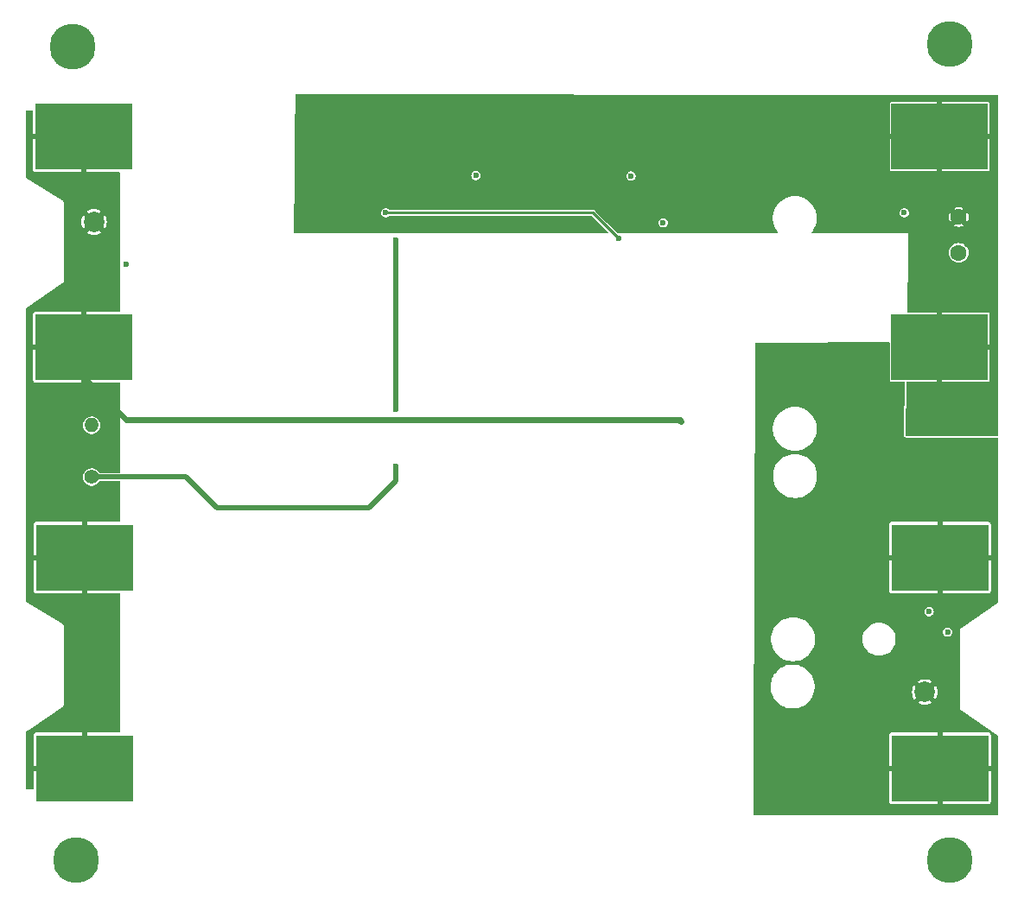
<source format=gbl>
%TF.GenerationSoftware,KiCad,Pcbnew,7.0.2-0*%
%TF.CreationDate,2024-05-07T22:45:00-07:00*%
%TF.ProjectId,batteryboard,62617474-6572-4796-926f-6172642e6b69,v2B*%
%TF.SameCoordinates,Original*%
%TF.FileFunction,Copper,L4,Bot*%
%TF.FilePolarity,Positive*%
%FSLAX46Y46*%
G04 Gerber Fmt 4.6, Leading zero omitted, Abs format (unit mm)*
G04 Created by KiCad (PCBNEW 7.0.2-0) date 2024-05-07 22:45:00*
%MOMM*%
%LPD*%
G01*
G04 APERTURE LIST*
%TA.AperFunction,ComponentPad*%
%ADD10C,2.000000*%
%TD*%
%TA.AperFunction,ComponentPad*%
%ADD11C,4.500000*%
%TD*%
%TA.AperFunction,ComponentPad*%
%ADD12C,1.600200*%
%TD*%
%TA.AperFunction,ComponentPad*%
%ADD13C,1.400000*%
%TD*%
%TA.AperFunction,ComponentPad*%
%ADD14O,1.400000X1.400000*%
%TD*%
%TA.AperFunction,SMDPad,CuDef*%
%ADD15R,9.467600X6.477000*%
%TD*%
%TA.AperFunction,ViaPad*%
%ADD16C,0.600000*%
%TD*%
%TA.AperFunction,Conductor*%
%ADD17C,0.609600*%
%TD*%
%TA.AperFunction,Conductor*%
%ADD18C,0.508000*%
%TD*%
%TA.AperFunction,Conductor*%
%ADD19C,0.271780*%
%TD*%
G04 APERTURE END LIST*
D10*
X141592300Y-122389900D03*
X60185300Y-76288900D03*
D11*
X144010300Y-138899900D03*
X58060700Y-59098900D03*
X58441700Y-138854900D03*
X144010300Y-58889900D03*
D12*
X144903300Y-79312103D03*
X144903300Y-75812100D03*
D13*
X59939300Y-101307900D03*
D14*
X59939300Y-96227900D03*
D15*
X59207400Y-88569800D03*
X143027400Y-88569800D03*
X143052800Y-129844800D03*
X59232800Y-129844800D03*
X143052800Y-109194600D03*
X59232800Y-109194600D03*
X59207400Y-67919600D03*
X143027400Y-67919600D03*
D16*
X143256000Y-129794000D03*
X146558000Y-129794000D03*
X145034000Y-129794000D03*
X141732000Y-129794000D03*
X146558000Y-132080000D03*
X141732000Y-132080000D03*
X143256000Y-132080000D03*
X145034000Y-132080000D03*
X131873100Y-90678000D03*
X132711300Y-90678000D03*
X131064000Y-90678000D03*
X131873100Y-91567000D03*
X131064000Y-91567000D03*
X132711300Y-91567000D03*
X143256000Y-127508000D03*
X146558000Y-127508000D03*
X145034000Y-127508000D03*
X131873100Y-89789000D03*
X141732000Y-127508000D03*
X131064000Y-89789000D03*
X132711300Y-89789000D03*
X59995700Y-121881900D03*
X59995700Y-118325900D03*
X59995700Y-120103900D03*
X59995700Y-116547900D03*
X61519700Y-116547900D03*
X61519700Y-118325900D03*
X61519700Y-121881900D03*
X61519700Y-120103900D03*
X58471700Y-120103900D03*
X58471700Y-118325900D03*
X58471700Y-116547900D03*
X58471700Y-121881900D03*
X117665498Y-95821500D03*
X140843000Y-94742000D03*
X143002000Y-94742000D03*
X145288000Y-94742000D03*
X147447000Y-94742000D03*
X145288000Y-96139000D03*
X140843000Y-96139000D03*
X143002000Y-96139000D03*
X147447000Y-96139000D03*
X140843000Y-93345000D03*
X85712300Y-75145900D03*
X143002000Y-93345000D03*
X81775300Y-67779900D03*
X85725000Y-67691000D03*
X81775300Y-75145900D03*
X147447000Y-93345000D03*
X81775300Y-68795900D03*
X145288000Y-93345000D03*
X85725000Y-68961000D03*
X89776300Y-78066900D03*
X89759900Y-100221500D03*
X89776300Y-94703900D03*
X139560300Y-75399900D03*
X63360300Y-80479900D03*
X143811100Y-116502900D03*
X111620300Y-77939900D03*
X88760300Y-75399900D03*
X115944700Y-76353900D03*
X141994700Y-114503900D03*
X97594700Y-71753900D03*
X112794700Y-71778900D03*
D17*
X117563898Y-95719900D02*
X117665498Y-95821500D01*
X59207400Y-88569800D02*
X59207400Y-91567000D01*
X59207400Y-91567000D02*
X63360300Y-95719900D01*
X63360300Y-95719900D02*
X117563898Y-95719900D01*
D18*
X89776300Y-101688900D02*
X89776300Y-100237900D01*
X72250300Y-104355900D02*
X87109300Y-104355900D01*
X69202300Y-101307900D02*
X72250300Y-104355900D01*
X89776300Y-94703900D02*
X89776300Y-78066900D01*
X60439300Y-101307900D02*
X69202300Y-101307900D01*
X89776300Y-100237900D02*
X89759900Y-100221500D01*
X87109300Y-104355900D02*
X89776300Y-101688900D01*
D19*
X111620300Y-77939900D02*
X109080300Y-75399900D01*
X109080300Y-75399900D02*
X88760300Y-75399900D01*
%TA.AperFunction,Conductor*%
G36*
X134874000Y-63881000D02*
G01*
X140703300Y-63842900D01*
X148711379Y-63842900D01*
X148759714Y-63860492D01*
X148785434Y-63905041D01*
X148786576Y-63918083D01*
X148793867Y-97206785D01*
X148776285Y-97255125D01*
X148731743Y-97280855D01*
X148718668Y-97282000D01*
X139770472Y-97282000D01*
X139722134Y-97264407D01*
X139696414Y-97219858D01*
X139695278Y-97205864D01*
X139759613Y-92034964D01*
X139777806Y-91986849D01*
X139822671Y-91961686D01*
X139834807Y-91960700D01*
X142773400Y-91960700D01*
X142773400Y-88823800D01*
X143281400Y-88823800D01*
X143281400Y-91960700D01*
X147776213Y-91960700D01*
X147820663Y-91951858D01*
X147871073Y-91918173D01*
X147904758Y-91867763D01*
X147913600Y-91823312D01*
X147913600Y-88823800D01*
X143281400Y-88823800D01*
X142773400Y-88823800D01*
X142773400Y-85178900D01*
X143281400Y-85178900D01*
X143281400Y-88315800D01*
X147913600Y-88315800D01*
X147913600Y-85316287D01*
X147904758Y-85271836D01*
X147871073Y-85221426D01*
X147820663Y-85187741D01*
X147776213Y-85178900D01*
X143281400Y-85178900D01*
X142773400Y-85178900D01*
X139921055Y-85178900D01*
X139872717Y-85161307D01*
X139846997Y-85116758D01*
X139845861Y-85102764D01*
X139917908Y-79312102D01*
X143945688Y-79312102D01*
X143964088Y-79498923D01*
X144018584Y-79678568D01*
X144107074Y-79844120D01*
X144226166Y-79989236D01*
X144307623Y-80056085D01*
X144371280Y-80108327D01*
X144536838Y-80196820D01*
X144716479Y-80251314D01*
X144903300Y-80269714D01*
X145090121Y-80251314D01*
X145269762Y-80196820D01*
X145435320Y-80108327D01*
X145580433Y-79989236D01*
X145699524Y-79844123D01*
X145788017Y-79678565D01*
X145842511Y-79498924D01*
X145860911Y-79312103D01*
X145842511Y-79125282D01*
X145788017Y-78945641D01*
X145699524Y-78780083D01*
X145647282Y-78716426D01*
X145580433Y-78634969D01*
X145481176Y-78553512D01*
X145435320Y-78515879D01*
X145435318Y-78515878D01*
X145435317Y-78515877D01*
X145269765Y-78427387D01*
X145090120Y-78372891D01*
X144903300Y-78354491D01*
X144716479Y-78372891D01*
X144536834Y-78427387D01*
X144371282Y-78515877D01*
X144226166Y-78634969D01*
X144107074Y-78780085D01*
X144018584Y-78945637D01*
X143964088Y-79125282D01*
X143945688Y-79312102D01*
X139917908Y-79312102D01*
X139922467Y-78945637D01*
X139941300Y-77431900D01*
X130547799Y-77431900D01*
X130499461Y-77414307D01*
X130473741Y-77369758D01*
X130482674Y-77319100D01*
X130489465Y-77309242D01*
X130518946Y-77273003D01*
X130605938Y-77166077D01*
X130759097Y-76914219D01*
X130876534Y-76643851D01*
X130956062Y-76360011D01*
X130996200Y-76067986D01*
X130996200Y-75773214D01*
X130956062Y-75481189D01*
X130933286Y-75399900D01*
X139102743Y-75399900D01*
X139121277Y-75528810D01*
X139175378Y-75647273D01*
X139175379Y-75647274D01*
X139260664Y-75745699D01*
X139370224Y-75816108D01*
X139495183Y-75852800D01*
X139495184Y-75852800D01*
X139625416Y-75852800D01*
X139625417Y-75852800D01*
X139750376Y-75816108D01*
X139756613Y-75812100D01*
X143946190Y-75812100D01*
X143964582Y-75998823D01*
X144019046Y-76178367D01*
X144074351Y-76281837D01*
X144379695Y-75976493D01*
X144383894Y-75996697D01*
X144452958Y-76129986D01*
X144555423Y-76239698D01*
X144683688Y-76317698D01*
X144740884Y-76333723D01*
X144433561Y-76641047D01*
X144433562Y-76641048D01*
X144537028Y-76696352D01*
X144716576Y-76750817D01*
X144903300Y-76769209D01*
X145090023Y-76750817D01*
X145269571Y-76696352D01*
X145373036Y-76641048D01*
X145373037Y-76641047D01*
X145067960Y-76335969D01*
X145189712Y-76283085D01*
X145306162Y-76188346D01*
X145392733Y-76065703D01*
X145425084Y-75974674D01*
X145732247Y-76281837D01*
X145732248Y-76281836D01*
X145787552Y-76178371D01*
X145842017Y-75998823D01*
X145860409Y-75812099D01*
X145842017Y-75625376D01*
X145787552Y-75445828D01*
X145732248Y-75342362D01*
X145732247Y-75342361D01*
X145426903Y-75647704D01*
X145422706Y-75627503D01*
X145353642Y-75494214D01*
X145251177Y-75384502D01*
X145122912Y-75306502D01*
X145065713Y-75290475D01*
X145373037Y-74983151D01*
X145269567Y-74927846D01*
X145090023Y-74873382D01*
X144903300Y-74854990D01*
X144716576Y-74873382D01*
X144537032Y-74927846D01*
X144433561Y-74983151D01*
X144738640Y-75288230D01*
X144616888Y-75341115D01*
X144500438Y-75435854D01*
X144413867Y-75558497D01*
X144381515Y-75649525D01*
X144074351Y-75342361D01*
X144019046Y-75445832D01*
X143964582Y-75625376D01*
X143946190Y-75812100D01*
X139756613Y-75812100D01*
X139859936Y-75745699D01*
X139945221Y-75647274D01*
X139999323Y-75528809D01*
X140017857Y-75399900D01*
X139999323Y-75270991D01*
X139945221Y-75152526D01*
X139859936Y-75054101D01*
X139750376Y-74983692D01*
X139750375Y-74983691D01*
X139750374Y-74983691D01*
X139677360Y-74962252D01*
X139625417Y-74947000D01*
X139495183Y-74947000D01*
X139458491Y-74957773D01*
X139370225Y-74983691D01*
X139315443Y-75018896D01*
X139260664Y-75054101D01*
X139260663Y-75054101D01*
X139260663Y-75054102D01*
X139175378Y-75152526D01*
X139121277Y-75270989D01*
X139102743Y-75399900D01*
X130933286Y-75399900D01*
X130876534Y-75197349D01*
X130759097Y-74926981D01*
X130605938Y-74675123D01*
X130419912Y-74446466D01*
X130204483Y-74245269D01*
X129963664Y-74075281D01*
X129961388Y-74074101D01*
X129961382Y-74074098D01*
X129704213Y-73940844D01*
X129704209Y-73940842D01*
X129701941Y-73939667D01*
X129699533Y-73938811D01*
X129699528Y-73938809D01*
X129426616Y-73841816D01*
X129426613Y-73841815D01*
X129424190Y-73840954D01*
X129421680Y-73840432D01*
X129421668Y-73840429D01*
X129138097Y-73781503D01*
X129138094Y-73781502D01*
X129135584Y-73780981D01*
X129133026Y-73780806D01*
X128916374Y-73765986D01*
X128916358Y-73765985D01*
X128915109Y-73765900D01*
X128767891Y-73765900D01*
X128766642Y-73765985D01*
X128766625Y-73765986D01*
X128549973Y-73780806D01*
X128549971Y-73780806D01*
X128547416Y-73780981D01*
X128544907Y-73781502D01*
X128544902Y-73781503D01*
X128261331Y-73840429D01*
X128261315Y-73840433D01*
X128258810Y-73840954D01*
X128256390Y-73841813D01*
X128256383Y-73841816D01*
X127983471Y-73938809D01*
X127983461Y-73938813D01*
X127981059Y-73939667D01*
X127978795Y-73940839D01*
X127978786Y-73940844D01*
X127721617Y-74074098D01*
X127721605Y-74074105D01*
X127719336Y-74075281D01*
X127717241Y-74076759D01*
X127717234Y-74076764D01*
X127480620Y-74243784D01*
X127480614Y-74243788D01*
X127478517Y-74245269D01*
X127476643Y-74247018D01*
X127476637Y-74247024D01*
X127264963Y-74444714D01*
X127264956Y-74444720D01*
X127263088Y-74446466D01*
X127261474Y-74448448D01*
X127261470Y-74448454D01*
X127078683Y-74673129D01*
X127078674Y-74673140D01*
X127077062Y-74675123D01*
X127075729Y-74677314D01*
X127075724Y-74677322D01*
X126925239Y-74924783D01*
X126925235Y-74924790D01*
X126923903Y-74926981D01*
X126922880Y-74929335D01*
X126922878Y-74929340D01*
X126807488Y-75194994D01*
X126807483Y-75195005D01*
X126806466Y-75197349D01*
X126805774Y-75199815D01*
X126805773Y-75199821D01*
X126736845Y-75445832D01*
X126726938Y-75481189D01*
X126726590Y-75483716D01*
X126726588Y-75483729D01*
X126687149Y-75770672D01*
X126686800Y-75773214D01*
X126686800Y-76067986D01*
X126687148Y-76070523D01*
X126687149Y-76070527D01*
X126726588Y-76357470D01*
X126726590Y-76357480D01*
X126726938Y-76360011D01*
X126727630Y-76362482D01*
X126727631Y-76362485D01*
X126805680Y-76641047D01*
X126806466Y-76643851D01*
X126807485Y-76646198D01*
X126807488Y-76646205D01*
X126904889Y-76870445D01*
X126923903Y-76914219D01*
X127077062Y-77166077D01*
X127078680Y-77168066D01*
X127078683Y-77168070D01*
X127193535Y-77309242D01*
X127210392Y-77357841D01*
X127192067Y-77405906D01*
X127147134Y-77430947D01*
X127135201Y-77431900D01*
X111551859Y-77431900D01*
X111503521Y-77414307D01*
X111498685Y-77409874D01*
X110442711Y-76353900D01*
X115487143Y-76353900D01*
X115505677Y-76482810D01*
X115559778Y-76601273D01*
X115559779Y-76601274D01*
X115645064Y-76699699D01*
X115754624Y-76770108D01*
X115879583Y-76806800D01*
X115879584Y-76806800D01*
X116009816Y-76806800D01*
X116009817Y-76806800D01*
X116134776Y-76770108D01*
X116244336Y-76699699D01*
X116329621Y-76601274D01*
X116383723Y-76482809D01*
X116402257Y-76353900D01*
X116383723Y-76224991D01*
X116329621Y-76106526D01*
X116244336Y-76008101D01*
X116134776Y-75937692D01*
X116134775Y-75937691D01*
X116134774Y-75937691D01*
X116061760Y-75916252D01*
X116009817Y-75901000D01*
X115879583Y-75901000D01*
X115842892Y-75911773D01*
X115754625Y-75937691D01*
X115699844Y-75972896D01*
X115645064Y-76008101D01*
X115645063Y-76008101D01*
X115645063Y-76008102D01*
X115559778Y-76106526D01*
X115505677Y-76224989D01*
X115487143Y-76353900D01*
X110442711Y-76353900D01*
X109326491Y-75237680D01*
X109317862Y-75225688D01*
X109314751Y-75222852D01*
X109314751Y-75222851D01*
X109281050Y-75192128D01*
X109278582Y-75189771D01*
X109265584Y-75176773D01*
X109264347Y-75175925D01*
X109256195Y-75169469D01*
X109234962Y-75150113D01*
X109234960Y-75150112D01*
X109234959Y-75150111D01*
X109223995Y-75145863D01*
X109208667Y-75137784D01*
X109198970Y-75131141D01*
X109191846Y-75129465D01*
X109171006Y-75124564D01*
X109161068Y-75121486D01*
X109134284Y-75111110D01*
X109122527Y-75111110D01*
X109105310Y-75109113D01*
X109093869Y-75106422D01*
X109093868Y-75106422D01*
X109065429Y-75110389D01*
X109055040Y-75111110D01*
X89143677Y-75111110D01*
X89095339Y-75093517D01*
X89086844Y-75085155D01*
X89059936Y-75054101D01*
X88950374Y-74983691D01*
X88877360Y-74962252D01*
X88825417Y-74947000D01*
X88695183Y-74947000D01*
X88658491Y-74957773D01*
X88570225Y-74983691D01*
X88515443Y-75018896D01*
X88460664Y-75054101D01*
X88460663Y-75054101D01*
X88460663Y-75054102D01*
X88375378Y-75152526D01*
X88321277Y-75270989D01*
X88302743Y-75399900D01*
X88321277Y-75528810D01*
X88375378Y-75647273D01*
X88375379Y-75647274D01*
X88460664Y-75745699D01*
X88570224Y-75816108D01*
X88695183Y-75852800D01*
X88695184Y-75852800D01*
X88825416Y-75852800D01*
X88825417Y-75852800D01*
X88950376Y-75816108D01*
X89059936Y-75745699D01*
X89086844Y-75714644D01*
X89131795Y-75689635D01*
X89143677Y-75688690D01*
X108929531Y-75688690D01*
X108977869Y-75706283D01*
X108982705Y-75710716D01*
X110575515Y-77303526D01*
X110597255Y-77350146D01*
X110583941Y-77399833D01*
X110541804Y-77429338D01*
X110522341Y-77431900D01*
X79819553Y-77431900D01*
X79771215Y-77414307D01*
X79745495Y-77369758D01*
X79744360Y-77355654D01*
X79744437Y-77350146D01*
X79822270Y-71753900D01*
X97137143Y-71753900D01*
X97155677Y-71882810D01*
X97209778Y-72001273D01*
X97209779Y-72001274D01*
X97295064Y-72099699D01*
X97404624Y-72170108D01*
X97529583Y-72206800D01*
X97529584Y-72206800D01*
X97659816Y-72206800D01*
X97659817Y-72206800D01*
X97784776Y-72170108D01*
X97894336Y-72099699D01*
X97979621Y-72001274D01*
X98033723Y-71882809D01*
X98048663Y-71778900D01*
X112337143Y-71778900D01*
X112355677Y-71907810D01*
X112409778Y-72026273D01*
X112409779Y-72026274D01*
X112495064Y-72124699D01*
X112604624Y-72195108D01*
X112729583Y-72231800D01*
X112729584Y-72231800D01*
X112859816Y-72231800D01*
X112859817Y-72231800D01*
X112984776Y-72195108D01*
X113094336Y-72124699D01*
X113179621Y-72026274D01*
X113233723Y-71907809D01*
X113252257Y-71778900D01*
X113233723Y-71649991D01*
X113179621Y-71531526D01*
X113094336Y-71433101D01*
X112984776Y-71362692D01*
X112984775Y-71362691D01*
X112984774Y-71362691D01*
X112911760Y-71341252D01*
X112859817Y-71326000D01*
X112729583Y-71326000D01*
X112692892Y-71336773D01*
X112604625Y-71362691D01*
X112549844Y-71397896D01*
X112495064Y-71433101D01*
X112495063Y-71433101D01*
X112495063Y-71433102D01*
X112409778Y-71531526D01*
X112355677Y-71649989D01*
X112337143Y-71778900D01*
X98048663Y-71778900D01*
X98052257Y-71753900D01*
X98033723Y-71624991D01*
X97979621Y-71506526D01*
X97894336Y-71408101D01*
X97784776Y-71337692D01*
X97784775Y-71337691D01*
X97784774Y-71337691D01*
X97692170Y-71310500D01*
X97659817Y-71301000D01*
X97529583Y-71301000D01*
X97497230Y-71310500D01*
X97404625Y-71337691D01*
X97365724Y-71362691D01*
X97295064Y-71408101D01*
X97295063Y-71408101D01*
X97295063Y-71408102D01*
X97209778Y-71506526D01*
X97155677Y-71624989D01*
X97137143Y-71753900D01*
X79822270Y-71753900D01*
X79872066Y-68173600D01*
X138141200Y-68173600D01*
X138141200Y-71173112D01*
X138150041Y-71217563D01*
X138183726Y-71267973D01*
X138234136Y-71301658D01*
X138278587Y-71310500D01*
X142773400Y-71310500D01*
X142773400Y-68173600D01*
X143281400Y-68173600D01*
X143281400Y-71310500D01*
X147776213Y-71310500D01*
X147820663Y-71301658D01*
X147871073Y-71267973D01*
X147904758Y-71217563D01*
X147913600Y-71173112D01*
X147913600Y-68173600D01*
X143281400Y-68173600D01*
X142773400Y-68173600D01*
X138141200Y-68173600D01*
X79872066Y-68173600D01*
X79879131Y-67665600D01*
X138141200Y-67665600D01*
X142773400Y-67665600D01*
X142773400Y-64528700D01*
X143281400Y-64528700D01*
X143281400Y-67665600D01*
X147913600Y-67665600D01*
X147913600Y-64666087D01*
X147904758Y-64621636D01*
X147871073Y-64571226D01*
X147820663Y-64537541D01*
X147776213Y-64528700D01*
X143281400Y-64528700D01*
X142773400Y-64528700D01*
X138278587Y-64528700D01*
X138234136Y-64537541D01*
X138183726Y-64571226D01*
X138150041Y-64621636D01*
X138141200Y-64666087D01*
X138141200Y-67665600D01*
X79879131Y-67665600D01*
X79932765Y-63809298D01*
X79951029Y-63761213D01*
X79995931Y-63736115D01*
X80008149Y-63735147D01*
X134874000Y-63881000D01*
G37*
%TD.AperFunction*%
%TA.AperFunction,Conductor*%
G36*
X138113534Y-88086405D02*
G01*
X138139488Y-88130817D01*
X138140700Y-88144265D01*
X138140700Y-91823357D01*
X138149572Y-91867958D01*
X138183366Y-91918534D01*
X138233941Y-91952328D01*
X138242812Y-91954092D01*
X138278543Y-91961200D01*
X139526477Y-91961199D01*
X139574815Y-91978792D01*
X139600535Y-92023341D01*
X139601671Y-92037335D01*
X139543402Y-96720727D01*
X139537390Y-97203900D01*
X139537896Y-97218640D01*
X139537966Y-97219511D01*
X139537967Y-97219516D01*
X139539032Y-97232634D01*
X139559667Y-97298806D01*
X139559668Y-97298807D01*
X139585388Y-97343356D01*
X139601177Y-97365904D01*
X139634654Y-97389344D01*
X139668130Y-97412785D01*
X139687501Y-97419835D01*
X139716469Y-97430378D01*
X139770472Y-97439900D01*
X139770474Y-97439900D01*
X148718668Y-97439900D01*
X148716458Y-97439933D01*
X148765305Y-97456054D01*
X148792362Y-97499803D01*
X148793934Y-97515082D01*
X148797455Y-113591581D01*
X148779872Y-113639922D01*
X148764133Y-113654057D01*
X145162455Y-116068931D01*
X145154099Y-116073786D01*
X145125470Y-116088042D01*
X145094717Y-116121775D01*
X145091790Y-116124811D01*
X145057541Y-116158386D01*
X145050633Y-116168872D01*
X145033295Y-116213625D01*
X145031661Y-116217515D01*
X145011853Y-116261193D01*
X145009200Y-116273471D01*
X145009200Y-116321460D01*
X145009081Y-116325681D01*
X145006388Y-116373574D01*
X145009200Y-116391366D01*
X145009200Y-123927800D01*
X145008579Y-123937447D01*
X145004477Y-123969158D01*
X145015366Y-124013477D01*
X145016257Y-124017601D01*
X145025072Y-124064752D01*
X145029933Y-124076324D01*
X145031285Y-124078256D01*
X145031286Y-124078259D01*
X145057448Y-124115646D01*
X145059761Y-124119159D01*
X145085023Y-124159959D01*
X145093734Y-124168992D01*
X145095697Y-124170308D01*
X145133621Y-124195735D01*
X145136999Y-124198139D01*
X145170034Y-124223087D01*
X145175324Y-124227082D01*
X145191661Y-124234650D01*
X148764014Y-126629861D01*
X148794364Y-126671392D01*
X148797335Y-126692382D01*
X148791887Y-133337299D01*
X148791032Y-134379762D01*
X148773399Y-134428085D01*
X148728830Y-134453768D01*
X148715832Y-134454900D01*
X124853010Y-134454900D01*
X124804672Y-134437307D01*
X124778952Y-134392758D01*
X124777811Y-134379391D01*
X124795417Y-130098800D01*
X138065001Y-130098800D01*
X138065001Y-133108317D01*
X138079736Y-133182404D01*
X138135876Y-133266423D01*
X138219895Y-133322563D01*
X138293983Y-133337299D01*
X142798800Y-133337299D01*
X142798800Y-130098800D01*
X143306800Y-130098800D01*
X143306800Y-133337299D01*
X147811617Y-133337299D01*
X147885704Y-133322563D01*
X147969723Y-133266423D01*
X148025863Y-133182404D01*
X148040600Y-133108316D01*
X148040600Y-130098800D01*
X143306800Y-130098800D01*
X142798800Y-130098800D01*
X138065001Y-130098800D01*
X124795417Y-130098800D01*
X124797506Y-129590800D01*
X138065000Y-129590800D01*
X142798800Y-129590800D01*
X142798800Y-126352300D01*
X143306800Y-126352300D01*
X143306800Y-129590800D01*
X148040599Y-129590800D01*
X148040599Y-126581282D01*
X148025863Y-126507195D01*
X147969723Y-126423176D01*
X147885704Y-126367036D01*
X147811617Y-126352300D01*
X143306800Y-126352300D01*
X142798800Y-126352300D01*
X138293982Y-126352300D01*
X138219895Y-126367036D01*
X138135876Y-126423176D01*
X138079736Y-126507195D01*
X138065000Y-126581283D01*
X138065000Y-129590800D01*
X124797506Y-129590800D01*
X124828763Y-121991186D01*
X126483600Y-121991186D01*
X126483948Y-121993723D01*
X126483949Y-121993727D01*
X126523388Y-122280670D01*
X126523390Y-122280680D01*
X126523738Y-122283211D01*
X126603266Y-122567051D01*
X126604285Y-122569398D01*
X126604288Y-122569405D01*
X126621263Y-122608485D01*
X126720703Y-122837419D01*
X126722038Y-122839615D01*
X126722039Y-122839616D01*
X126867621Y-123079015D01*
X126873862Y-123089277D01*
X127059888Y-123317934D01*
X127275317Y-123519131D01*
X127516136Y-123689119D01*
X127777859Y-123824733D01*
X128055610Y-123923446D01*
X128058129Y-123923969D01*
X128058131Y-123923970D01*
X128099888Y-123932647D01*
X128344216Y-123983419D01*
X128564691Y-123998500D01*
X128565964Y-123998500D01*
X128710636Y-123998500D01*
X128711909Y-123998500D01*
X128932384Y-123983419D01*
X129220990Y-123923446D01*
X129498741Y-123824733D01*
X129760464Y-123689119D01*
X130001283Y-123519131D01*
X130216712Y-123317934D01*
X130402738Y-123089277D01*
X130555897Y-122837419D01*
X130673334Y-122567051D01*
X130722970Y-122389899D01*
X140333510Y-122389899D01*
X140352634Y-122608485D01*
X140409425Y-122820435D01*
X140502155Y-123019294D01*
X140543972Y-123079015D01*
X140543973Y-123079016D01*
X141107938Y-122515050D01*
X141132807Y-122599744D01*
X141210539Y-122720698D01*
X141319200Y-122814852D01*
X141449985Y-122874580D01*
X141464711Y-122876697D01*
X140903182Y-123438225D01*
X140903183Y-123438226D01*
X140962905Y-123480044D01*
X141161764Y-123572774D01*
X141373714Y-123629565D01*
X141592300Y-123648689D01*
X141810885Y-123629565D01*
X142022835Y-123572774D01*
X142221691Y-123480046D01*
X142281416Y-123438225D01*
X141719888Y-122876697D01*
X141734615Y-122874580D01*
X141865400Y-122814852D01*
X141974061Y-122720698D01*
X142051793Y-122599744D01*
X142076660Y-122515051D01*
X142640625Y-123079016D01*
X142682446Y-123019291D01*
X142775174Y-122820435D01*
X142831965Y-122608485D01*
X142851089Y-122389900D01*
X142831965Y-122171314D01*
X142775174Y-121959364D01*
X142682444Y-121760505D01*
X142640626Y-121700783D01*
X142640625Y-121700782D01*
X142076660Y-122264747D01*
X142051793Y-122180056D01*
X141974061Y-122059102D01*
X141865400Y-121964948D01*
X141734615Y-121905220D01*
X141719888Y-121903102D01*
X142281416Y-121341573D01*
X142281415Y-121341572D01*
X142221694Y-121299755D01*
X142022835Y-121207025D01*
X141810885Y-121150234D01*
X141592300Y-121131110D01*
X141373714Y-121150234D01*
X141161764Y-121207025D01*
X140962907Y-121299754D01*
X140903183Y-121341572D01*
X140903183Y-121341574D01*
X141464711Y-121903102D01*
X141449985Y-121905220D01*
X141319200Y-121964948D01*
X141210539Y-122059102D01*
X141132807Y-122180056D01*
X141107939Y-122264747D01*
X140543974Y-121700783D01*
X140543972Y-121700783D01*
X140502154Y-121760507D01*
X140409425Y-121959364D01*
X140352634Y-122171314D01*
X140333510Y-122389899D01*
X130722970Y-122389899D01*
X130752862Y-122283211D01*
X130793000Y-121991186D01*
X130793000Y-121696414D01*
X130752862Y-121404389D01*
X130673334Y-121120549D01*
X130555897Y-120850181D01*
X130402738Y-120598323D01*
X130216712Y-120369666D01*
X130001283Y-120168469D01*
X129760464Y-119998481D01*
X129758188Y-119997301D01*
X129758182Y-119997298D01*
X129501013Y-119864044D01*
X129501009Y-119864042D01*
X129498741Y-119862867D01*
X129496333Y-119862011D01*
X129496328Y-119862009D01*
X129223416Y-119765016D01*
X129223413Y-119765015D01*
X129220990Y-119764154D01*
X129218480Y-119763632D01*
X129218468Y-119763629D01*
X128934897Y-119704703D01*
X128934894Y-119704702D01*
X128932384Y-119704181D01*
X128929826Y-119704006D01*
X128713174Y-119689186D01*
X128713158Y-119689185D01*
X128711909Y-119689100D01*
X128564691Y-119689100D01*
X128563442Y-119689185D01*
X128563425Y-119689186D01*
X128346773Y-119704006D01*
X128346771Y-119704006D01*
X128344216Y-119704181D01*
X128341707Y-119704702D01*
X128341702Y-119704703D01*
X128058131Y-119763629D01*
X128058115Y-119763633D01*
X128055610Y-119764154D01*
X128053190Y-119765013D01*
X128053183Y-119765016D01*
X127780271Y-119862009D01*
X127780261Y-119862013D01*
X127777859Y-119862867D01*
X127775595Y-119864039D01*
X127775586Y-119864044D01*
X127518417Y-119997298D01*
X127518405Y-119997305D01*
X127516136Y-119998481D01*
X127514041Y-119999959D01*
X127514034Y-119999964D01*
X127277420Y-120166984D01*
X127277414Y-120166988D01*
X127275317Y-120168469D01*
X127273443Y-120170218D01*
X127273437Y-120170224D01*
X127061763Y-120367914D01*
X127061756Y-120367920D01*
X127059888Y-120369666D01*
X127058274Y-120371648D01*
X127058270Y-120371654D01*
X126875483Y-120596329D01*
X126875474Y-120596340D01*
X126873862Y-120598323D01*
X126872529Y-120600514D01*
X126872524Y-120600522D01*
X126722039Y-120847983D01*
X126722035Y-120847990D01*
X126720703Y-120850181D01*
X126719680Y-120852535D01*
X126719678Y-120852540D01*
X126604288Y-121118194D01*
X126604283Y-121118205D01*
X126603266Y-121120549D01*
X126602574Y-121123015D01*
X126602573Y-121123021D01*
X126541338Y-121341574D01*
X126523738Y-121404389D01*
X126523390Y-121406916D01*
X126523388Y-121406929D01*
X126483949Y-121693872D01*
X126483600Y-121696414D01*
X126483600Y-121991186D01*
X124828763Y-121991186D01*
X124847881Y-117342986D01*
X126509000Y-117342986D01*
X126509348Y-117345523D01*
X126509349Y-117345527D01*
X126548788Y-117632470D01*
X126548790Y-117632480D01*
X126549138Y-117635011D01*
X126628666Y-117918851D01*
X126629685Y-117921198D01*
X126629688Y-117921205D01*
X126635216Y-117933931D01*
X126746103Y-118189219D01*
X126899262Y-118441077D01*
X127085288Y-118669734D01*
X127300717Y-118870931D01*
X127541536Y-119040919D01*
X127803259Y-119176533D01*
X128081010Y-119275246D01*
X128083529Y-119275769D01*
X128083531Y-119275770D01*
X128135197Y-119286506D01*
X128369616Y-119335219D01*
X128590091Y-119350300D01*
X128591364Y-119350300D01*
X128736036Y-119350300D01*
X128737309Y-119350300D01*
X128957784Y-119335219D01*
X129246390Y-119275246D01*
X129524141Y-119176533D01*
X129785864Y-119040919D01*
X130026683Y-118870931D01*
X130242112Y-118669734D01*
X130428138Y-118441077D01*
X130581297Y-118189219D01*
X130698734Y-117918851D01*
X130778262Y-117635011D01*
X130818400Y-117342986D01*
X130818400Y-117195600D01*
X135470186Y-117195600D01*
X135490209Y-117450011D01*
X135549782Y-117698154D01*
X135647444Y-117933930D01*
X135780786Y-118151524D01*
X135946522Y-118345577D01*
X136055763Y-118438877D01*
X136140577Y-118511315D01*
X136358169Y-118644655D01*
X136593942Y-118742316D01*
X136593943Y-118742316D01*
X136593945Y-118742317D01*
X136842088Y-118801890D01*
X136861813Y-118803442D01*
X137032805Y-118816900D01*
X137034285Y-118816900D01*
X137158715Y-118816900D01*
X137160195Y-118816900D01*
X137350911Y-118801890D01*
X137599058Y-118742316D01*
X137834831Y-118644655D01*
X138052423Y-118511315D01*
X138246477Y-118345577D01*
X138412215Y-118151523D01*
X138545555Y-117933931D01*
X138643216Y-117698158D01*
X138702790Y-117450011D01*
X138722813Y-117195600D01*
X138702790Y-116941189D01*
X138697489Y-116919108D01*
X138643217Y-116693045D01*
X138564456Y-116502900D01*
X143353543Y-116502900D01*
X143372077Y-116631810D01*
X143426178Y-116750273D01*
X143426179Y-116750274D01*
X143511464Y-116848699D01*
X143621024Y-116919108D01*
X143745983Y-116955800D01*
X143745984Y-116955800D01*
X143876216Y-116955800D01*
X143876217Y-116955800D01*
X144001176Y-116919108D01*
X144110736Y-116848699D01*
X144196021Y-116750274D01*
X144250123Y-116631809D01*
X144268657Y-116502900D01*
X144250123Y-116373991D01*
X144196021Y-116255526D01*
X144110736Y-116157101D01*
X144001176Y-116086692D01*
X144001175Y-116086691D01*
X144001174Y-116086691D01*
X143928160Y-116065252D01*
X143876217Y-116050000D01*
X143745983Y-116050000D01*
X143709291Y-116060773D01*
X143621025Y-116086691D01*
X143618923Y-116088042D01*
X143511464Y-116157101D01*
X143511463Y-116157101D01*
X143511463Y-116157102D01*
X143426178Y-116255526D01*
X143372077Y-116373989D01*
X143353543Y-116502900D01*
X138564456Y-116502900D01*
X138545555Y-116457269D01*
X138494267Y-116373574D01*
X138412215Y-116239677D01*
X138370004Y-116190254D01*
X138246477Y-116045622D01*
X138052424Y-115879886D01*
X138052423Y-115879885D01*
X137943627Y-115813215D01*
X137834830Y-115746544D01*
X137599054Y-115648882D01*
X137350911Y-115589309D01*
X137161672Y-115574416D01*
X137161665Y-115574415D01*
X137160195Y-115574300D01*
X137032805Y-115574300D01*
X137031335Y-115574415D01*
X137031327Y-115574416D01*
X136842088Y-115589309D01*
X136593945Y-115648882D01*
X136358169Y-115746544D01*
X136140575Y-115879886D01*
X135946522Y-116045622D01*
X135780786Y-116239675D01*
X135647444Y-116457269D01*
X135549782Y-116693045D01*
X135490209Y-116941188D01*
X135470186Y-117195600D01*
X130818400Y-117195600D01*
X130818400Y-117048214D01*
X130778262Y-116756189D01*
X130698734Y-116472349D01*
X130581297Y-116201981D01*
X130428138Y-115950123D01*
X130242112Y-115721466D01*
X130026683Y-115520269D01*
X129785864Y-115350281D01*
X129783588Y-115349101D01*
X129783582Y-115349098D01*
X129526413Y-115215844D01*
X129526409Y-115215842D01*
X129524141Y-115214667D01*
X129521733Y-115213811D01*
X129521728Y-115213809D01*
X129248816Y-115116816D01*
X129248813Y-115116815D01*
X129246390Y-115115954D01*
X129243880Y-115115432D01*
X129243868Y-115115429D01*
X128960297Y-115056503D01*
X128960294Y-115056502D01*
X128957784Y-115055981D01*
X128955226Y-115055806D01*
X128738574Y-115040986D01*
X128738558Y-115040985D01*
X128737309Y-115040900D01*
X128590091Y-115040900D01*
X128588842Y-115040985D01*
X128588825Y-115040986D01*
X128372173Y-115055806D01*
X128372171Y-115055806D01*
X128369616Y-115055981D01*
X128367107Y-115056502D01*
X128367102Y-115056503D01*
X128083531Y-115115429D01*
X128083515Y-115115433D01*
X128081010Y-115115954D01*
X128078590Y-115116813D01*
X128078583Y-115116816D01*
X127805671Y-115213809D01*
X127805661Y-115213813D01*
X127803259Y-115214667D01*
X127800995Y-115215839D01*
X127800986Y-115215844D01*
X127543817Y-115349098D01*
X127543805Y-115349105D01*
X127541536Y-115350281D01*
X127539441Y-115351759D01*
X127539434Y-115351764D01*
X127302820Y-115518784D01*
X127302814Y-115518788D01*
X127300717Y-115520269D01*
X127298843Y-115522018D01*
X127298837Y-115522024D01*
X127087163Y-115719714D01*
X127087156Y-115719720D01*
X127085288Y-115721466D01*
X127083674Y-115723448D01*
X127083670Y-115723454D01*
X126900883Y-115948129D01*
X126900874Y-115948140D01*
X126899262Y-115950123D01*
X126897929Y-115952314D01*
X126897924Y-115952322D01*
X126747439Y-116199783D01*
X126747435Y-116199790D01*
X126746103Y-116201981D01*
X126745080Y-116204335D01*
X126745078Y-116204340D01*
X126629688Y-116469994D01*
X126629683Y-116470005D01*
X126628666Y-116472349D01*
X126627974Y-116474815D01*
X126627973Y-116474821D01*
X126550796Y-116750273D01*
X126549138Y-116756189D01*
X126548790Y-116758716D01*
X126548788Y-116758729D01*
X126509349Y-117045672D01*
X126509000Y-117048214D01*
X126509000Y-117342986D01*
X124847881Y-117342986D01*
X124859558Y-114503900D01*
X141537143Y-114503900D01*
X141555677Y-114632810D01*
X141609778Y-114751273D01*
X141609779Y-114751274D01*
X141695064Y-114849699D01*
X141804624Y-114920108D01*
X141929583Y-114956800D01*
X141929584Y-114956800D01*
X142059816Y-114956800D01*
X142059817Y-114956800D01*
X142184776Y-114920108D01*
X142294336Y-114849699D01*
X142379621Y-114751274D01*
X142433723Y-114632809D01*
X142452257Y-114503900D01*
X142433723Y-114374991D01*
X142379621Y-114256526D01*
X142294336Y-114158101D01*
X142184776Y-114087692D01*
X142184775Y-114087691D01*
X142184774Y-114087691D01*
X142111760Y-114066252D01*
X142059817Y-114051000D01*
X141929583Y-114051000D01*
X141892891Y-114061773D01*
X141804625Y-114087691D01*
X141749843Y-114122896D01*
X141695064Y-114158101D01*
X141695063Y-114158101D01*
X141695063Y-114158102D01*
X141609778Y-114256526D01*
X141555677Y-114374989D01*
X141537143Y-114503900D01*
X124859558Y-114503900D01*
X124880350Y-109448600D01*
X138065001Y-109448600D01*
X138065001Y-112458117D01*
X138079736Y-112532204D01*
X138135876Y-112616223D01*
X138219895Y-112672363D01*
X138293983Y-112687099D01*
X142798800Y-112687099D01*
X142798800Y-109448600D01*
X143306800Y-109448600D01*
X143306800Y-112687099D01*
X147811617Y-112687099D01*
X147885704Y-112672363D01*
X147969723Y-112616223D01*
X148025863Y-112532204D01*
X148040600Y-112458116D01*
X148040600Y-109448600D01*
X143306800Y-109448600D01*
X142798800Y-109448600D01*
X138065001Y-109448600D01*
X124880350Y-109448600D01*
X124882439Y-108940600D01*
X138065000Y-108940600D01*
X142798800Y-108940600D01*
X142798800Y-105702100D01*
X143306800Y-105702100D01*
X143306800Y-108940600D01*
X148040599Y-108940600D01*
X148040599Y-105931082D01*
X148025863Y-105856995D01*
X147969723Y-105772976D01*
X147885704Y-105716836D01*
X147811617Y-105702100D01*
X143306800Y-105702100D01*
X142798800Y-105702100D01*
X138293982Y-105702100D01*
X138219895Y-105716836D01*
X138135876Y-105772976D01*
X138079736Y-105856995D01*
X138065000Y-105931083D01*
X138065000Y-108940600D01*
X124882439Y-108940600D01*
X124913696Y-101340986D01*
X126712200Y-101340986D01*
X126712548Y-101343523D01*
X126712549Y-101343527D01*
X126751988Y-101630470D01*
X126751990Y-101630480D01*
X126752338Y-101633011D01*
X126831866Y-101916851D01*
X126949303Y-102187219D01*
X127102462Y-102439077D01*
X127288488Y-102667734D01*
X127503917Y-102868931D01*
X127744736Y-103038919D01*
X128006459Y-103174533D01*
X128284210Y-103273246D01*
X128286729Y-103273769D01*
X128286731Y-103273770D01*
X128338397Y-103284506D01*
X128572816Y-103333219D01*
X128793291Y-103348300D01*
X128794564Y-103348300D01*
X128939236Y-103348300D01*
X128940509Y-103348300D01*
X129160984Y-103333219D01*
X129449590Y-103273246D01*
X129727341Y-103174533D01*
X129989064Y-103038919D01*
X130229883Y-102868931D01*
X130445312Y-102667734D01*
X130631338Y-102439077D01*
X130784497Y-102187219D01*
X130901934Y-101916851D01*
X130981462Y-101633011D01*
X131021600Y-101340986D01*
X131021600Y-101046214D01*
X130981462Y-100754189D01*
X130901934Y-100470349D01*
X130784497Y-100199981D01*
X130631338Y-99948123D01*
X130445312Y-99719466D01*
X130229883Y-99518269D01*
X129989064Y-99348281D01*
X129986788Y-99347101D01*
X129986782Y-99347098D01*
X129729613Y-99213844D01*
X129729609Y-99213842D01*
X129727341Y-99212667D01*
X129724933Y-99211811D01*
X129724928Y-99211809D01*
X129452016Y-99114816D01*
X129452013Y-99114815D01*
X129449590Y-99113954D01*
X129447080Y-99113432D01*
X129447068Y-99113429D01*
X129163497Y-99054503D01*
X129163494Y-99054502D01*
X129160984Y-99053981D01*
X129158426Y-99053806D01*
X128941774Y-99038986D01*
X128941758Y-99038985D01*
X128940509Y-99038900D01*
X128793291Y-99038900D01*
X128792042Y-99038985D01*
X128792025Y-99038986D01*
X128575373Y-99053806D01*
X128575371Y-99053806D01*
X128572816Y-99053981D01*
X128570307Y-99054502D01*
X128570302Y-99054503D01*
X128286731Y-99113429D01*
X128286715Y-99113433D01*
X128284210Y-99113954D01*
X128281790Y-99114813D01*
X128281783Y-99114816D01*
X128008871Y-99211809D01*
X128008861Y-99211813D01*
X128006459Y-99212667D01*
X128004195Y-99213839D01*
X128004186Y-99213844D01*
X127747017Y-99347098D01*
X127747005Y-99347105D01*
X127744736Y-99348281D01*
X127742641Y-99349759D01*
X127742634Y-99349764D01*
X127506020Y-99516784D01*
X127506014Y-99516788D01*
X127503917Y-99518269D01*
X127502043Y-99520018D01*
X127502037Y-99520024D01*
X127290363Y-99717714D01*
X127290356Y-99717720D01*
X127288488Y-99719466D01*
X127286874Y-99721448D01*
X127286870Y-99721454D01*
X127104083Y-99946129D01*
X127104074Y-99946140D01*
X127102462Y-99948123D01*
X127101129Y-99950314D01*
X127101124Y-99950322D01*
X126950639Y-100197783D01*
X126950635Y-100197790D01*
X126949303Y-100199981D01*
X126948280Y-100202335D01*
X126948278Y-100202340D01*
X126832888Y-100467994D01*
X126832883Y-100468005D01*
X126831866Y-100470349D01*
X126752338Y-100754189D01*
X126751990Y-100756716D01*
X126751988Y-100756729D01*
X126712549Y-101043672D01*
X126712200Y-101046214D01*
X126712200Y-101340986D01*
X124913696Y-101340986D01*
X124932710Y-96718186D01*
X126686800Y-96718186D01*
X126687148Y-96720723D01*
X126687149Y-96720727D01*
X126726588Y-97007670D01*
X126726590Y-97007680D01*
X126726938Y-97010211D01*
X126727630Y-97012682D01*
X126727631Y-97012685D01*
X126785337Y-97218640D01*
X126806466Y-97294051D01*
X126807485Y-97296398D01*
X126807488Y-97296405D01*
X126895836Y-97499803D01*
X126923903Y-97564419D01*
X127077062Y-97816277D01*
X127263088Y-98044934D01*
X127478517Y-98246131D01*
X127719336Y-98416119D01*
X127981059Y-98551733D01*
X128258810Y-98650446D01*
X128261329Y-98650969D01*
X128261331Y-98650970D01*
X128312997Y-98661706D01*
X128547416Y-98710419D01*
X128767891Y-98725500D01*
X128769164Y-98725500D01*
X128913836Y-98725500D01*
X128915109Y-98725500D01*
X129135584Y-98710419D01*
X129424190Y-98650446D01*
X129701941Y-98551733D01*
X129963664Y-98416119D01*
X130204483Y-98246131D01*
X130419912Y-98044934D01*
X130605938Y-97816277D01*
X130759097Y-97564419D01*
X130876534Y-97294051D01*
X130956062Y-97010211D01*
X130996200Y-96718186D01*
X130996200Y-96423414D01*
X130956062Y-96131389D01*
X130876534Y-95847549D01*
X130759097Y-95577181D01*
X130605938Y-95325323D01*
X130419912Y-95096666D01*
X130204483Y-94895469D01*
X129963664Y-94725481D01*
X129961388Y-94724301D01*
X129961382Y-94724298D01*
X129704213Y-94591044D01*
X129704209Y-94591042D01*
X129701941Y-94589867D01*
X129699533Y-94589011D01*
X129699528Y-94589009D01*
X129426616Y-94492016D01*
X129426613Y-94492015D01*
X129424190Y-94491154D01*
X129421680Y-94490632D01*
X129421668Y-94490629D01*
X129138097Y-94431703D01*
X129138094Y-94431702D01*
X129135584Y-94431181D01*
X129133026Y-94431006D01*
X128916374Y-94416186D01*
X128916358Y-94416185D01*
X128915109Y-94416100D01*
X128767891Y-94416100D01*
X128766642Y-94416185D01*
X128766625Y-94416186D01*
X128549973Y-94431006D01*
X128549971Y-94431006D01*
X128547416Y-94431181D01*
X128544907Y-94431702D01*
X128544902Y-94431703D01*
X128261331Y-94490629D01*
X128261315Y-94490633D01*
X128258810Y-94491154D01*
X128256390Y-94492013D01*
X128256383Y-94492016D01*
X127983471Y-94589009D01*
X127983461Y-94589013D01*
X127981059Y-94589867D01*
X127978795Y-94591039D01*
X127978786Y-94591044D01*
X127721617Y-94724298D01*
X127721605Y-94724305D01*
X127719336Y-94725481D01*
X127717241Y-94726959D01*
X127717234Y-94726964D01*
X127480620Y-94893984D01*
X127480614Y-94893988D01*
X127478517Y-94895469D01*
X127476643Y-94897218D01*
X127476637Y-94897224D01*
X127264963Y-95094914D01*
X127264956Y-95094920D01*
X127263088Y-95096666D01*
X127261474Y-95098648D01*
X127261470Y-95098654D01*
X127078683Y-95323329D01*
X127078674Y-95323340D01*
X127077062Y-95325323D01*
X127075729Y-95327514D01*
X127075724Y-95327522D01*
X126925239Y-95574983D01*
X126925235Y-95574990D01*
X126923903Y-95577181D01*
X126922880Y-95579535D01*
X126922878Y-95579540D01*
X126807488Y-95845194D01*
X126807483Y-95845205D01*
X126806466Y-95847549D01*
X126726938Y-96131389D01*
X126726590Y-96133916D01*
X126726588Y-96133929D01*
X126687149Y-96420872D01*
X126686800Y-96423414D01*
X126686800Y-96718186D01*
X124932710Y-96718186D01*
X124967693Y-88212495D01*
X124985485Y-88164232D01*
X125030138Y-88138695D01*
X125042496Y-88137607D01*
X126021701Y-88132453D01*
X138065106Y-88069067D01*
X138113534Y-88086405D01*
G37*
%TD.AperFunction*%
%TA.AperFunction,Conductor*%
G36*
X54192738Y-65384493D02*
G01*
X54218458Y-65429042D01*
X54219600Y-65442100D01*
X54219600Y-67665600D01*
X59386200Y-67665600D01*
X59434538Y-67683193D01*
X59460258Y-67727742D01*
X59461400Y-67740800D01*
X59461400Y-71412099D01*
X62651289Y-71412099D01*
X62699627Y-71429692D01*
X62725347Y-71474241D01*
X62726489Y-71487285D01*
X62729064Y-85002086D01*
X62711480Y-85050427D01*
X62666936Y-85076155D01*
X62653864Y-85077300D01*
X59461400Y-85077300D01*
X59461400Y-92062299D01*
X62655223Y-92062299D01*
X62703561Y-92079892D01*
X62729281Y-92124441D01*
X62730423Y-92137485D01*
X62732078Y-100825788D01*
X62714495Y-100874127D01*
X62669951Y-100899855D01*
X62656879Y-100901000D01*
X60732636Y-100901000D01*
X60684298Y-100883407D01*
X60667511Y-100863400D01*
X60633110Y-100803816D01*
X60513144Y-100670579D01*
X60368100Y-100565198D01*
X60204312Y-100492276D01*
X60204311Y-100492276D01*
X60028943Y-100455000D01*
X59849657Y-100455000D01*
X59761972Y-100473638D01*
X59674287Y-100492276D01*
X59510499Y-100565198D01*
X59365455Y-100670579D01*
X59245488Y-100803817D01*
X59155846Y-100959080D01*
X59100442Y-101129597D01*
X59081702Y-101307900D01*
X59100442Y-101486202D01*
X59155846Y-101656719D01*
X59245488Y-101811982D01*
X59365455Y-101945220D01*
X59510499Y-102050601D01*
X59510500Y-102050601D01*
X59510501Y-102050602D01*
X59674288Y-102123524D01*
X59849657Y-102160800D01*
X59849658Y-102160800D01*
X60028942Y-102160800D01*
X60028943Y-102160800D01*
X60204312Y-102123524D01*
X60368099Y-102050602D01*
X60513145Y-101945220D01*
X60633111Y-101811983D01*
X60667511Y-101752399D01*
X60706916Y-101719335D01*
X60732636Y-101714800D01*
X62657062Y-101714800D01*
X62705400Y-101732393D01*
X62731120Y-101776942D01*
X62732261Y-101789985D01*
X62732325Y-102123523D01*
X62732993Y-105626886D01*
X62715409Y-105675227D01*
X62670865Y-105700955D01*
X62657793Y-105702100D01*
X59486799Y-105702100D01*
X59486800Y-108940600D01*
X59486800Y-112687099D01*
X62659151Y-112687099D01*
X62707489Y-112704692D01*
X62733209Y-112749241D01*
X62734351Y-112762285D01*
X62736926Y-126277086D01*
X62719342Y-126325427D01*
X62674798Y-126351155D01*
X62661726Y-126352300D01*
X59486800Y-126352300D01*
X59486800Y-130023600D01*
X59469207Y-130071938D01*
X59424658Y-130097658D01*
X59411600Y-130098800D01*
X54245001Y-130098800D01*
X54245001Y-131839700D01*
X54227408Y-131888038D01*
X54182859Y-131913758D01*
X54169801Y-131914900D01*
X53572417Y-131914900D01*
X53524079Y-131897307D01*
X53498359Y-131852758D01*
X53497217Y-131839727D01*
X53496601Y-130097658D01*
X53495359Y-126581283D01*
X54245000Y-126581283D01*
X54245001Y-129590800D01*
X58978800Y-129590800D01*
X58978799Y-126352300D01*
X54473982Y-126352300D01*
X54399895Y-126367036D01*
X54315876Y-126423176D01*
X54259736Y-126507195D01*
X54245000Y-126581283D01*
X53495359Y-126581283D01*
X53495269Y-126327198D01*
X53512845Y-126278855D01*
X53528044Y-126265082D01*
X53809409Y-126072833D01*
X57060289Y-123851593D01*
X57069189Y-123846371D01*
X57096328Y-123832858D01*
X57128191Y-123797904D01*
X57130612Y-123795371D01*
X57164100Y-123761964D01*
X57164101Y-123761961D01*
X57166789Y-123759280D01*
X57170643Y-123753372D01*
X57172012Y-123749836D01*
X57172016Y-123749833D01*
X57189119Y-123705683D01*
X57190451Y-123702473D01*
X57209601Y-123659245D01*
X57209600Y-123659245D01*
X57211137Y-123655778D01*
X57212600Y-123648862D01*
X57212600Y-123597797D01*
X57212684Y-123594236D01*
X57212703Y-123593826D01*
X57214923Y-123547024D01*
X57214921Y-123547020D01*
X57215101Y-123543242D01*
X57212600Y-123527851D01*
X57212600Y-115985689D01*
X57212900Y-115978980D01*
X57216413Y-115939762D01*
X57205838Y-115903023D01*
X57204184Y-115896039D01*
X57197161Y-115858469D01*
X57197161Y-115858467D01*
X57194872Y-115854770D01*
X57186541Y-115835981D01*
X57185338Y-115831798D01*
X57185337Y-115831797D01*
X57185337Y-115831795D01*
X57162204Y-115801357D01*
X57158140Y-115795444D01*
X57138019Y-115762948D01*
X57134548Y-115760327D01*
X57119993Y-115745816D01*
X57117359Y-115742351D01*
X57084789Y-115722321D01*
X57078864Y-115718276D01*
X57048364Y-115695244D01*
X57044175Y-115694052D01*
X57025365Y-115685780D01*
X53531048Y-113536962D01*
X53499089Y-113496655D01*
X53495240Y-113472891D01*
X53496014Y-109448600D01*
X54245001Y-109448600D01*
X54245001Y-112458117D01*
X54259736Y-112532204D01*
X54315876Y-112616223D01*
X54399895Y-112672363D01*
X54473983Y-112687099D01*
X58978800Y-112687099D01*
X58978800Y-109448600D01*
X54245001Y-109448600D01*
X53496014Y-109448600D01*
X53496112Y-108940600D01*
X54245000Y-108940600D01*
X58978800Y-108940600D01*
X58978800Y-105702100D01*
X54473982Y-105702100D01*
X54399895Y-105716836D01*
X54315876Y-105772976D01*
X54259736Y-105856995D01*
X54245000Y-105931083D01*
X54245000Y-108940600D01*
X53496112Y-108940600D01*
X53496691Y-105931083D01*
X53498558Y-96227900D01*
X59081702Y-96227900D01*
X59100442Y-96406202D01*
X59155846Y-96576719D01*
X59245488Y-96731982D01*
X59365455Y-96865220D01*
X59510499Y-96970601D01*
X59510500Y-96970601D01*
X59510501Y-96970602D01*
X59674288Y-97043524D01*
X59849657Y-97080800D01*
X59849658Y-97080800D01*
X60028942Y-97080800D01*
X60028943Y-97080800D01*
X60204312Y-97043524D01*
X60368099Y-96970602D01*
X60513145Y-96865220D01*
X60633111Y-96731983D01*
X60722755Y-96576717D01*
X60778157Y-96406205D01*
X60796898Y-96227900D01*
X60778157Y-96049595D01*
X60722755Y-95879083D01*
X60633111Y-95723817D01*
X60513145Y-95590580D01*
X60513144Y-95590579D01*
X60368100Y-95485198D01*
X60204312Y-95412276D01*
X60204311Y-95412276D01*
X60028943Y-95375000D01*
X59849657Y-95375000D01*
X59761972Y-95393638D01*
X59674287Y-95412276D01*
X59510499Y-95485198D01*
X59365455Y-95590579D01*
X59245488Y-95723817D01*
X59155846Y-95879080D01*
X59100442Y-96049597D01*
X59081702Y-96227900D01*
X53498558Y-96227900D01*
X53499983Y-88823800D01*
X54219601Y-88823800D01*
X54219601Y-91833317D01*
X54234336Y-91907404D01*
X54290476Y-91991423D01*
X54374495Y-92047563D01*
X54448583Y-92062299D01*
X58953400Y-92062299D01*
X58953400Y-88823800D01*
X54219601Y-88823800D01*
X53499983Y-88823800D01*
X53500081Y-88315800D01*
X54219600Y-88315800D01*
X58953400Y-88315800D01*
X58953400Y-85077300D01*
X54448582Y-85077300D01*
X54374495Y-85092036D01*
X54290476Y-85148176D01*
X54234336Y-85232195D01*
X54219600Y-85306283D01*
X54219600Y-88315800D01*
X53500081Y-88315800D01*
X53500761Y-84780330D01*
X53518364Y-84731996D01*
X53533530Y-84718259D01*
X57065889Y-82304693D01*
X57074789Y-82299471D01*
X57101928Y-82285958D01*
X57133791Y-82251004D01*
X57136212Y-82248471D01*
X57169700Y-82215064D01*
X57169701Y-82215061D01*
X57172389Y-82212380D01*
X57176243Y-82206472D01*
X57177612Y-82202936D01*
X57177616Y-82202933D01*
X57194719Y-82158783D01*
X57196051Y-82155573D01*
X57215201Y-82112345D01*
X57215200Y-82112345D01*
X57216737Y-82108878D01*
X57218199Y-82101963D01*
X57218199Y-82098175D01*
X57218200Y-82098173D01*
X57218199Y-82050898D01*
X57218283Y-82047335D01*
X57220702Y-81996342D01*
X57218200Y-81980944D01*
X57218200Y-76288900D01*
X58926510Y-76288900D01*
X58945634Y-76507485D01*
X59002425Y-76719435D01*
X59095155Y-76918294D01*
X59136972Y-76978015D01*
X59136973Y-76978016D01*
X59700938Y-76414050D01*
X59725807Y-76498744D01*
X59803539Y-76619698D01*
X59912200Y-76713852D01*
X60042985Y-76773580D01*
X60057711Y-76775697D01*
X59496182Y-77337225D01*
X59496183Y-77337226D01*
X59555905Y-77379044D01*
X59754764Y-77471774D01*
X59966714Y-77528565D01*
X60185300Y-77547689D01*
X60403885Y-77528565D01*
X60615835Y-77471774D01*
X60814691Y-77379046D01*
X60874416Y-77337225D01*
X60312888Y-76775697D01*
X60327615Y-76773580D01*
X60458400Y-76713852D01*
X60567061Y-76619698D01*
X60644793Y-76498744D01*
X60669660Y-76414051D01*
X61233625Y-76978016D01*
X61275446Y-76918291D01*
X61368174Y-76719435D01*
X61424965Y-76507485D01*
X61444089Y-76288900D01*
X61424965Y-76070314D01*
X61368174Y-75858364D01*
X61275444Y-75659505D01*
X61233626Y-75599783D01*
X61233625Y-75599782D01*
X60669660Y-76163747D01*
X60644793Y-76079056D01*
X60567061Y-75958102D01*
X60458400Y-75863948D01*
X60327615Y-75804220D01*
X60312887Y-75802102D01*
X60874416Y-75240573D01*
X60874415Y-75240572D01*
X60814694Y-75198755D01*
X60615835Y-75106025D01*
X60403885Y-75049234D01*
X60185300Y-75030110D01*
X59966714Y-75049234D01*
X59754764Y-75106025D01*
X59555907Y-75198754D01*
X59496183Y-75240572D01*
X59496183Y-75240574D01*
X60057710Y-75802102D01*
X60042985Y-75804220D01*
X59912200Y-75863948D01*
X59803539Y-75958102D01*
X59725807Y-76079056D01*
X59700939Y-76163748D01*
X59136974Y-75599783D01*
X59136972Y-75599783D01*
X59095154Y-75659507D01*
X59002425Y-75858364D01*
X58945634Y-76070314D01*
X58926510Y-76288900D01*
X57218200Y-76288900D01*
X57218200Y-74438789D01*
X57218500Y-74432080D01*
X57222013Y-74392862D01*
X57211438Y-74356123D01*
X57209784Y-74349139D01*
X57202761Y-74311569D01*
X57202761Y-74311567D01*
X57200472Y-74307870D01*
X57192141Y-74289081D01*
X57190938Y-74284898D01*
X57190937Y-74284897D01*
X57190937Y-74284895D01*
X57167804Y-74254457D01*
X57163740Y-74248544D01*
X57143619Y-74216048D01*
X57140148Y-74213427D01*
X57125593Y-74198916D01*
X57122959Y-74195451D01*
X57090389Y-74175421D01*
X57084464Y-74171376D01*
X57053964Y-74148344D01*
X57049775Y-74147152D01*
X57030965Y-74138880D01*
X53536608Y-71990037D01*
X53504649Y-71949730D01*
X53500800Y-71925980D01*
X53500800Y-68173600D01*
X54219600Y-68173600D01*
X54219600Y-71183117D01*
X54234336Y-71257204D01*
X54290476Y-71341223D01*
X54374495Y-71397363D01*
X54448583Y-71412099D01*
X58953400Y-71412099D01*
X58953400Y-68173600D01*
X54219600Y-68173600D01*
X53500800Y-68173600D01*
X53500800Y-65442100D01*
X53518393Y-65393762D01*
X53562942Y-65368042D01*
X53576000Y-65366900D01*
X54144400Y-65366900D01*
X54192738Y-65384493D01*
G37*
%TD.AperFunction*%
M02*

</source>
